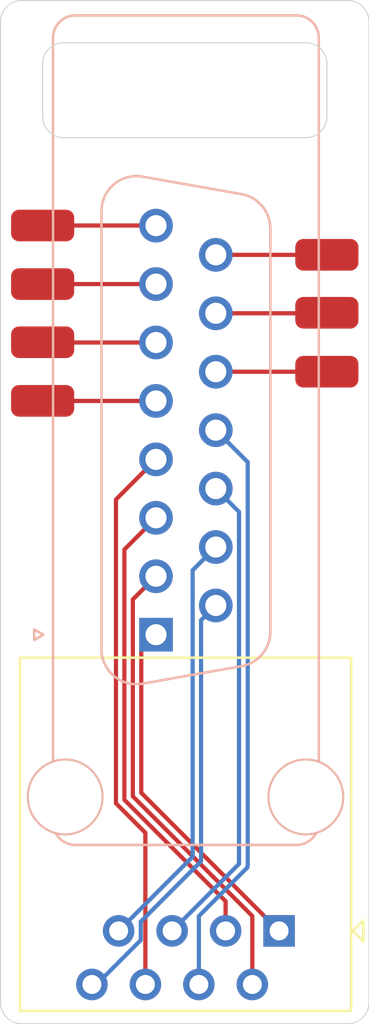
<source format=kicad_pcb>
(kicad_pcb (version 20241229) (generator "pcbnew") (generator_version "9.0")
  (layers (0 "F.Cu" signal) (2 "B.Cu" signal) (13 "F.Paste" user) (15 "B.Paste" user) (5 "F.SilkS" user "F.Silkscreen") (7 "B.SilkS" user "B.Silkscreen") (1 "F.Mask" user) (3 "B.Mask" user) (25 "Edge.Cuts" user))
  (net 0 "")
  (net 1 "Net-(J1-P14)")
  (net 2 "/ETH7")
  (net 3 "/ETH6")
  (net 4 "Net-(J1-P15)")
  (net 5 "/ETH1")
  (net 6 "Net-(J1-Pad7)")
  (net 7 "/ETH8")
  (net 8 "/ETH5")
  (net 9 "Net-(J1-Pad8)")
  (net 10 "Net-(J1-P13)")
  (net 11 "/ETH4")
  (net 12 "/ETH3")
  (net 13 "Net-(J1-Pad6)")
  (net 14 "/ETH2")
  (net 15 "Net-(J1-Pad5)")
  (footprint "Connector_Wire:SolderWirePad_1x01_SMD_1.5x3mm" (layer "F.Cu") (at 115.5 67.594503 90)
    (property "Reference" "TP5" (hide yes))
    (property "Value" "TestPoint" (hide yes))
    (pad "1" smd roundrect (at 0 0 90) (size 1.5 3) (layers "F.Cu" "F.Mask") (net 10 "Net-(J1-P13)"))
  )
  (footprint "Connector_Wire:SolderWirePad_1x01_SMD_1.5x3mm" (layer "F.Cu") (at 102 66.198975 90)
    (property "Reference" "TP2" (hide yes))
    (property "Value" "TestPoint" (hide yes))
    (pad "1" smd roundrect (at 0 0 90) (size 1.5 3) (layers "F.Cu" "F.Mask") (net 13 "Net-(J1-Pad6)"))
  )
  (footprint "Connector_Wire:SolderWirePad_1x01_SMD_1.5x3mm" (layer "F.Cu") (at 102 68.975767 90)
    (property "Reference" "TP1" (hide yes))
    (property "Value" "TestPoint" (hide yes))
    (pad "1" smd roundrect (at 0 0 90) (size 1.5 3) (layers "F.Cu" "F.Mask") (net 15 "Net-(J1-Pad5)"))
  )
  (footprint "Connector_Wire:SolderWirePad_1x01_SMD_1.5x3mm" (layer "F.Cu") (at 115.5 62.053191 90)
    (property "Reference" "TP7" (hide yes))
    (property "Value" "TestPoint" (hide yes))
    (pad "1" smd roundrect (at 0 0 90) (size 1.5 3) (layers "F.Cu" "F.Mask") (net 4 "Net-(J1-P15)"))
  )
  (footprint "Connector_Wire:SolderWirePad_1x01_SMD_1.5x3mm" (layer "F.Cu") (at 102 63.441467 90)
    (property "Reference" "TP3" (hide yes))
    (property "Value" "TestPoint" (hide yes))
    (pad "1" smd roundrect (at 0 0 90) (size 1.5 3) (layers "F.Cu" "F.Mask") (net 6 "Net-(J1-Pad7)"))
  )
  (footprint "Connector_Wire:SolderWirePad_1x01_SMD_1.5x3mm" (layer "F.Cu") (at 102 60.664675 90)
    (property "Reference" "TP4" (hide yes))
    (property "Value" "TestPoint" (hide yes))
    (pad "1" smd roundrect (at 0 0 90) (size 1.5 3) (layers "F.Cu" "F.Mask") (net 9 "Net-(J1-Pad8)"))
  )
  (footprint "Connector_Wire:SolderWirePad_1x01_SMD_1.5x3mm" (layer "F.Cu") (at 115.5 64.8 90)
    (property "Reference" "TP6" (hide yes))
    (property "Value" "TestPoint" (hide yes))
    (pad "1" smd roundrect (at 0 0 90) (size 1.5 3) (layers "F.Cu" "F.Mask") (net 1 "Net-(J1-P14)"))
  )
  (footprint "Connector_RJ:RJ45_OST_PJ012-8P8CX_Vertical" (layer "F.Cu") (at 113.23 94.1 180)
    (property "Reference" "J2" (hide yes))
    (property "Value" "RJ45" (hide yes))
    (fp_line (start 12.31 12.95) (end -3.42 12.95) (stroke (width 0.12)) (layer "F.SilkS"))
    (fp_line (start 12.31 -3.79) (end 12.31 12.95) (stroke (width 0.12)) (layer "F.SilkS"))
    (fp_line (start 12.3 -3.79) (end -3.42 -3.79) (stroke (width 0.12)) (layer "F.SilkS"))
    (fp_line (start -3.42 -3.79) (end -3.42 12.95) (stroke (width 0.12)) (layer "F.SilkS"))
    (fp_line (start -3.5 0) (end -4 -0.5) (stroke (width 0.12)) (layer "F.SilkS"))
    (fp_line (start -4 0.5) (end -3.5 0) (stroke (width 0.12)) (layer "F.SilkS"))
    (fp_line (start -4 -0.5) (end -4 0.5) (stroke (width 0.12)) (layer "F.SilkS"))
    (pad "" np_thru_hole circle (at -1.27 6.35 180) (size 3.65 3.65) (drill 3.45) (layers "*.Cu" "*.SilkS" "*.Mask"))
    (pad "" np_thru_hole circle (at 10.16 6.35 180) (size 3.65 3.65) (drill 3.45) (layers "*.Cu" "*.SilkS" "*.Mask"))
    (pad "1" thru_hole rect (at 0 0 180) (size 1.5 1.5) (drill 0.9) (layers "*.Cu" "*.Mask") (net 5 "/ETH1"))
    (pad "2" thru_hole circle (at 1.27 -2.54 180) (size 1.5 1.5) (drill 0.9) (layers "*.Cu" "*.Mask") (net 14 "/ETH2"))
    (pad "3" thru_hole circle (at 2.54 0 180) (size 1.5 1.5) (drill 0.9) (layers "*.Cu" "*.Mask") (net 12 "/ETH3"))
    (pad "4" thru_hole circle (at 3.81 -2.54 180) (size 1.5 1.5) (drill 0.9) (layers "*.Cu" "*.Mask") (net 11 "/ETH4"))
    (pad "5" thru_hole circle (at 5.08 0 180) (size 1.5 1.5) (drill 0.9) (layers "*.Cu" "*.Mask") (net 8 "/ETH5"))
    (pad "6" thru_hole circle (at 6.35 -2.54 180) (size 1.5 1.5) (drill 0.9) (layers "*.Cu" "*.Mask") (net 3 "/ETH6"))
    (pad "7" thru_hole circle (at 7.62 0 180) (size 1.5 1.5) (drill 0.9) (layers "*.Cu" "*.Mask") (net 2 "/ETH7"))
    (pad "8" thru_hole circle (at 8.89 -2.54 180) (size 1.5 1.5) (drill 0.9) (layers "*.Cu" "*.Mask") (net 7 "/ETH8"))
  )
  (footprint "Connector_Dsub:DSUB-15_Socket_Vertical_P2.77x2.84mm" (layer "B.Cu") (at 107.385 80.06 -90)
    (property "Reference" "J1" (hide yes))
    (property "Value" "DA15_Socket" (hide yes))
    (fp_line (start -0.25 5.784338) (end 0.25 5.784338) (stroke (width 0.12)) (layer "B.SilkS"))
    (fp_line (start 0.25 5.784338) (end 0 5.351325) (stroke (width 0.12)) (layer "B.SilkS"))
    (fp_line (start 0 5.351325) (end -0.25 5.784338) (stroke (width 0.12)) (layer "B.SilkS"))
    (fp_line (start -28.295 4.89) (end 8.905 4.89) (stroke (width 0.12)) (layer "B.SilkS"))
    (fp_line (start 9.965 3.83) (end 9.965 -6.67) (stroke (width 0.12)) (layer "B.SilkS"))
    (fp_line (start -20.076689 2.59) (end 0.686689 2.59) (stroke (width 0.12)) (layer "B.SilkS"))
    (fp_line (start 2.32147 0.641744) (end 1.492733 -4.058256) (stroke (width 0.12)) (layer "B.SilkS"))
    (fp_line (start -20.882733 -4.058256) (end -21.71147 0.641744) (stroke (width 0.12)) (layer "B.SilkS"))
    (fp_line (start -0.142048 -5.43) (end -19.247952 -5.43) (stroke (width 0.12)) (layer "B.SilkS"))
    (fp_line (start -29.355 -6.67) (end -29.355 3.83) (stroke (width 0.12)) (layer "B.SilkS"))
    (fp_line (start 8.905 -7.73) (end -28.295 -7.73) (stroke (width 0.12)) (layer "B.SilkS"))
    (fp_arc (start -28.295 4.89) (mid -29.044533 4.579533) (end -29.355 3.83) (stroke (width 0.12)) (layer "B.SilkS"))
    (fp_arc (start 9.965 3.83) (mid 9.654533 4.579533) (end 8.905 4.89) (stroke (width 0.12)) (layer "B.SilkS"))
    (fp_arc (start -20.076689 2.59) (mid -21.348323 1.997027) (end -21.71147 0.641744) (stroke (width 0.12)) (layer "B.SilkS"))
    (fp_arc (start 2.32147 0.641744) (mid 1.958323 1.997027) (end 0.686689 2.59) (stroke (width 0.12)) (layer "B.SilkS"))
    (fp_arc (start -20.882733 -4.058256) (mid -20.31498 -5.041634) (end -19.247952 -5.43) (stroke (width 0.12)) (layer "B.SilkS"))
    (fp_arc (start -0.142048 -5.43) (mid 0.92498 -5.041634) (end 1.492733 -4.058256) (stroke (width 0.12)) (layer "B.SilkS"))
    (fp_arc (start -29.355 -6.67) (mid -29.044533 -7.419533) (end -28.295 -7.73) (stroke (width 0.12)) (layer "B.SilkS"))
    (fp_arc (start 8.905 -7.73) (mid 9.654533 -7.419533) (end 9.965 -6.67) (stroke (width 0.12)) (layer "B.SilkS"))
    (pad "1" thru_hole rect (at 0 0 270) (size 1.6 1.6) (drill 1) (layers "*.Cu" "*.Mask") (net 5 "/ETH1"))
    (pad "2" thru_hole circle (at -2.77 0 270) (size 1.6 1.6) (drill 1) (layers "*.Cu" "*.Mask") (net 14 "/ETH2"))
    (pad "3" thru_hole circle (at -5.54 0 270) (size 1.6 1.6) (drill 1) (layers "*.Cu" "*.Mask") (net 12 "/ETH3"))
    (pad "4" thru_hole circle (at -8.31 0 270) (size 1.6 1.6) (drill 1) (layers "*.Cu" "*.Mask") (net 3 "/ETH6"))
    (pad "5" thru_hole circle (at -11.08 0 270) (size 1.6 1.6) (drill 1) (layers "*.Cu" "*.Mask") (net 15 "Net-(J1-Pad5)"))
    (pad "6" thru_hole circle (at -13.85 0 270) (size 1.6 1.6) (drill 1) (layers "*.Cu" "*.Mask") (net 13 "Net-(J1-Pad6)"))
    (pad "7" thru_hole circle (at -16.62 0 270) (size 1.6 1.6) (drill 1) (layers "*.Cu" "*.Mask") (net 6 "Net-(J1-Pad7)"))
    (pad "8" thru_hole circle (at -19.39 0 270) (size 1.6 1.6) (drill 1) (layers "*.Cu" "*.Mask") (net 9 "Net-(J1-Pad8)"))
    (pad "9" thru_hole circle (at -1.385 -2.84 270) (size 1.6 1.6) (drill 1) (layers "*.Cu" "*.Mask") (net 7 "/ETH8"))
    (pad "10" thru_hole circle (at -4.155 -2.84 270) (size 1.6 1.6) (drill 1) (layers "*.Cu" "*.Mask") (net 2 "/ETH7"))
    (pad "11" thru_hole circle (at -6.925 -2.84 270) (size 1.6 1.6) (drill 1) (layers "*.Cu" "*.Mask") (net 8 "/ETH5"))
    (pad "12" thru_hole circle (at -9.695 -2.84 270) (size 1.6 1.6) (drill 1) (layers "*.Cu" "*.Mask") (net 11 "/ETH4"))
    (pad "13" thru_hole circle (at -12.465 -2.84 270) (size 1.6 1.6) (drill 1) (layers "*.Cu" "*.Mask") (net 10 "Net-(J1-P13)"))
    (pad "14" thru_hole circle (at -15.235 -2.84 270) (size 1.6 1.6) (drill 1) (layers "*.Cu" "*.Mask") (net 1 "Net-(J1-P14)"))
    (pad "15" thru_hole circle (at -18.005 -2.84 270) (size 1.6 1.6) (drill 1) (layers "*.Cu" "*.Mask") (net 4 "Net-(J1-P15)"))
  )
  (gr_line (start 114.5 56.5) (end 103 56.5) (stroke (width 0.05)) (layer "Edge.Cuts"))
  (gr_line (start 100 97.5) (end 100 51) (stroke (width 0.05)) (layer "Edge.Cuts"))
  (gr_line (start 117.5 51) (end 117.5 97.5) (stroke (width 0.05)) (layer "Edge.Cuts"))
  (gr_arc (start 115.5 55.5) (mid 115.207107 56.207107) (end 114.5 56.5) (stroke (width 0.05)) (layer "Edge.Cuts"))
  (gr_line (start 101 50) (end 116.5 50) (stroke (width 0.05)) (layer "Edge.Cuts"))
  (gr_arc (start 116.5 50) (mid 117.207107 50.292893) (end 117.5 51) (stroke (width 0.05)) (layer "Edge.Cuts"))
  (gr_arc (start 114.5 52) (mid 115.207107 52.292893) (end 115.5 53) (stroke (width 0.05)) (layer "Edge.Cuts"))
  (gr_arc (start 101 98.5) (mid 100.292893 98.207107) (end 100 97.5) (stroke (width 0.05)) (layer "Edge.Cuts"))
  (gr_line (start 102 55.5) (end 102 53) (stroke (width 0.05)) (layer "Edge.Cuts"))
  (gr_line (start 116.5 98.5) (end 101 98.5) (stroke (width 0.05)) (layer "Edge.Cuts"))
  (gr_line (start 103 52) (end 114.5 52) (stroke (width 0.05)) (layer "Edge.Cuts"))
  (gr_arc (start 102 53) (mid 102.292893 52.292893) (end 103 52) (stroke (width 0.05)) (layer "Edge.Cuts"))
  (gr_line (start 115.5 53) (end 115.5 55.5) (stroke (width 0.05)) (layer "Edge.Cuts"))
  (gr_arc (start 117.5 97.5) (mid 117.207107 98.207107) (end 116.5 98.5) (stroke (width 0.05)) (layer "Edge.Cuts"))
  (gr_arc (start 103 56.5) (mid 102.292893 56.207107) (end 102 55.5) (stroke (width 0.05)) (layer "Edge.Cuts"))
  (gr_arc (start 100 51) (mid 100.292893 50.292893) (end 101 50) (stroke (width 0.05)) (layer "Edge.Cuts"))
  (segment (start 110.225 64.825) (end 115.475 64.825) (width 0.2) (layer "F.Cu") (net 1))
  (segment (start 115.475 64.825) (end 115.5 64.8) (width 0.2) (layer "F.Cu") (net 1))
  (segment (start 109.124 90.586) (end 105.61 94.1) (width 0.2) (layer "B.Cu") (net 2))
  (segment (start 109.124 77.006) (end 109.124 90.586) (width 0.2) (layer "B.Cu") (net 2))
  (segment (start 105.61 94.1) (end 105.5 93.99) (width 0.2) (layer "B.Cu") (net 2))
  (segment (start 110.225 75.905) (end 109.124 77.006) (width 0.2) (layer "B.Cu") (net 2))
  (segment (start 106.88 96.64) (end 106.88 89.4513) (width 0.2) (layer "F.Cu") (net 3))
  (segment (start 105.482 88.0533) (end 105.482 73.653) (width 0.2) (layer "F.Cu") (net 3))
  (segment (start 106.88 89.4513) (end 105.482 88.0533) (width 0.2) (layer "F.Cu") (net 3))
  (segment (start 105.482 73.653) (end 107.385 71.75) (width 0.2) (layer "F.Cu") (net 3))
  (segment (start 115.498191 62.055) (end 115.5 62.053191) (width 0.2) (layer "F.Cu") (net 4))
  (segment (start 110.225 62.055) (end 115.498191 62.055) (width 0.2) (layer "F.Cu") (net 4))
  (segment (start 107.385 80.06) (end 106.685 80.76) (width 0.2) (layer "F.Cu") (net 5))
  (segment (start 106.685 87.555) (end 113.23 94.1) (width 0.2) (layer "F.Cu") (net 5))
  (segment (start 106.685 80.76) (end 106.685 87.555) (width 0.2) (layer "F.Cu") (net 5))
  (segment (start 107.385 63.44) (end 100.939521 63.44) (width 0.2) (layer "F.Cu") (net 6))
  (segment (start 100.939521 63.44) (end 100.938054 63.441467) (width 0.2) (layer "F.Cu") (net 6))
  (segment (start 109.525 90.800661) (end 106.661 93.664661) (width 0.2) (layer "B.Cu") (net 7))
  (segment (start 110.225 78.675) (end 109.525 79.375) (width 0.2) (layer "B.Cu") (net 7))
  (segment (start 109.525 79.375) (end 109.525 90.800661) (width 0.2) (layer "B.Cu") (net 7))
  (segment (start 106.661 93.664661) (end 106.661 94.535339) (width 0.2) (layer "B.Cu") (net 7))
  (segment (start 106.661 94.535339) (end 104.556339 96.64) (width 0.2) (layer "B.Cu") (net 7))
  (segment (start 104.556339 96.64) (end 104.34 96.64) (width 0.2) (layer "B.Cu") (net 7))
  (segment (start 111.326 74.236) (end 111.326 90.924) (width 0.2) (layer "B.Cu") (net 8))
  (segment (start 110.225 73.135) (end 111.326 74.236) (width 0.2) (layer "B.Cu") (net 8))
  (segment (start 111.326 90.924) (end 108.15 94.1) (width 0.2) (layer "B.Cu") (net 8))
  (segment (start 100.938054 60.664675) (end 107.379675 60.664675) (width 0.2) (layer "F.Cu") (net 9))
  (segment (start 107.379675 60.664675) (end 107.385 60.67) (width 0.2) (layer "F.Cu") (net 9))
  (segment (start 110.225 67.595) (end 115.499503 67.595) (width 0.2) (layer "F.Cu") (net 10))
  (segment (start 115.499503 67.595) (end 115.5 67.594503) (width 0.2) (layer "F.Cu") (net 10))
  (segment (start 111.741 71.881) (end 111.741 91.009) (width 0.2) (layer "B.Cu") (net 11))
  (segment (start 111.741 91.009) (end 111.727 91.023) (width 0.2) (layer "B.Cu") (net 11))
  (segment (start 111.727 91.0901) (end 109.42 93.3971) (width 0.2) (layer "B.Cu") (net 11))
  (segment (start 111.727 91.023) (end 111.727 91.0901) (width 0.2) (layer "B.Cu") (net 11))
  (segment (start 110.225 70.365) (end 111.741 71.881) (width 0.2) (layer "B.Cu") (net 11))
  (segment (start 109.42 93.3971) (end 109.42 96.64) (width 0.2) (layer "B.Cu") (net 11))
  (segment (start 110.69 94.1) (end 110.69 92.6942) (width 0.2) (layer "F.Cu") (net 12))
  (segment (start 110.69 92.6942) (end 105.883 87.8872) (width 0.2) (layer "F.Cu") (net 12))
  (segment (start 105.883 76.022) (end 107.385 74.52) (width 0.2) (layer "F.Cu") (net 12))
  (segment (start 105.883 87.8872) (end 105.883 76.022) (width 0.2) (layer "F.Cu") (net 12))
  (segment (start 107.385 66.21) (end 100.949079 66.21) (width 0.2) (layer "F.Cu") (net 13))
  (segment (start 100.949079 66.21) (end 100.938054 66.198975) (width 0.2) (layer "F.Cu") (net 13))
  (segment (start 111.96 96.64) (end 111.96 93.3971) (width 0.2) (layer "F.Cu") (net 14))
  (segment (start 111.96 93.3971) (end 106.284 87.7211) (width 0.2) (layer "F.Cu") (net 14))
  (segment (start 106.284 78.391) (end 107.385 77.29) (width 0.2) (layer "F.Cu") (net 14))
  (segment (start 106.284 87.7211) (end 106.284 78.391) (width 0.2) (layer "F.Cu") (net 14))
  (segment (start 107.385 68.98) (end 100.942287 68.98) (width 0.2) (layer "F.Cu") (net 15))
  (segment (start 100.942287 68.98) (end 100.938054 68.975767) (width 0.2) (layer "F.Cu") (net 15))
)
</source>
